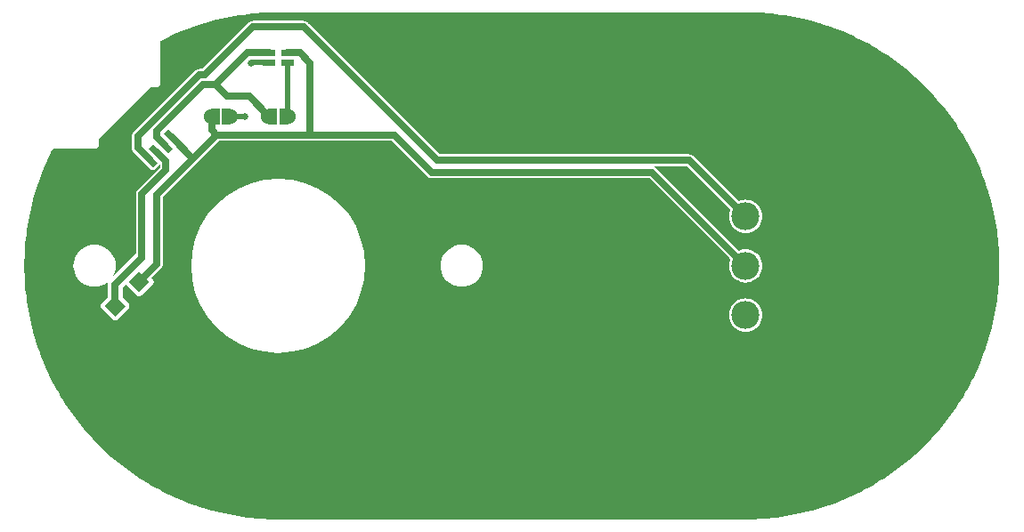
<source format=gbr>
G04 start of page 2 for group 0 idx 0 *
G04 Title: (unknown), component *
G04 Creator: pcb 4.0.2 *
G04 CreationDate: Thu Apr 29 14:29:52 2021 UTC *
G04 For: petersen *
G04 Format: Gerber/RS-274X *
G04 PCB-Dimensions (mil): 4500.00 2500.00 *
G04 PCB-Coordinate-Origin: lower left *
%MOIN*%
%FSLAX25Y25*%
%LNTOP*%
%ADD22C,0.0750*%
%ADD21C,0.0276*%
%ADD20C,0.6300*%
%ADD19C,0.0120*%
%ADD18C,0.0240*%
%ADD17C,0.1378*%
%ADD16C,0.0260*%
%ADD15C,0.0600*%
%ADD14C,0.1050*%
%ADD13C,0.0200*%
%ADD12C,0.0250*%
%ADD11C,0.0001*%
G54D11*G36*
X58000Y167500D02*Y172500D01*
X77500Y192000D01*
X82500D01*
X58000Y167500D01*
G37*
G36*
X60000Y99000D02*X83500Y122500D01*
X90000Y116000D01*
X66500Y92500D01*
X60000Y99000D01*
G37*
G36*
X394986Y123342D02*X394942Y121685D01*
X394870Y120028D01*
X394769Y118373D01*
X394638Y116720D01*
X394480Y115070D01*
X394292Y113422D01*
X394075Y111779D01*
X393830Y110139D01*
X393557Y108503D01*
X393255Y106873D01*
X392924Y105248D01*
X392565Y103630D01*
X392178Y102017D01*
X391763Y100412D01*
X391320Y98814D01*
X390849Y97225D01*
X390350Y95643D01*
X389824Y94071D01*
X389271Y92508D01*
X388690Y90955D01*
X388082Y89412D01*
X387448Y87881D01*
X386787Y86360D01*
X386099Y84851D01*
X385385Y83355D01*
X384646Y81871D01*
X383880Y80400D01*
X383089Y78943D01*
X382272Y77500D01*
X381431Y76071D01*
X380565Y74658D01*
X379674Y73259D01*
X378759Y71877D01*
X377819Y70510D01*
X376857Y69160D01*
X375870Y67828D01*
X374861Y66512D01*
X373829Y65215D01*
X372774Y63935D01*
X371697Y62674D01*
X370599Y61433D01*
X369479Y60210D01*
X368337Y59007D01*
X367175Y57825D01*
X365993Y56663D01*
X364790Y55521D01*
X363567Y54401D01*
X362326Y53303D01*
X361065Y52226D01*
X359785Y51171D01*
X358488Y50139D01*
X357172Y49130D01*
X355840Y48143D01*
X354490Y47181D01*
X353123Y46241D01*
X351741Y45326D01*
X350342Y44435D01*
X348929Y43569D01*
X347500Y42728D01*
X346057Y41911D01*
X344600Y41120D01*
X343129Y40354D01*
X341645Y39615D01*
X340149Y38901D01*
X338640Y38213D01*
X337119Y37552D01*
X335588Y36918D01*
X334045Y36310D01*
X332492Y35729D01*
X330929Y35176D01*
X329357Y34650D01*
X327775Y34151D01*
X326186Y33680D01*
X324588Y33237D01*
X322983Y32822D01*
X321370Y32435D01*
X319752Y32076D01*
X318127Y31745D01*
X316497Y31443D01*
X314861Y31170D01*
X313221Y30925D01*
X311578Y30708D01*
X309930Y30520D01*
X308280Y30362D01*
X306627Y30231D01*
X304972Y30130D01*
X303315Y30058D01*
X301658Y30014D01*
X300000Y30000D01*
X299990Y30000D01*
Y100231D01*
X300000Y100231D01*
X300981Y100308D01*
X301937Y100538D01*
X302846Y100914D01*
X303685Y101428D01*
X304433Y102067D01*
X305072Y102815D01*
X305586Y103654D01*
X305962Y104563D01*
X306192Y105519D01*
X306250Y106500D01*
X306192Y107481D01*
X305962Y108437D01*
X305586Y109346D01*
X305072Y110185D01*
X304433Y110933D01*
X303685Y111572D01*
X302846Y112086D01*
X301937Y112462D01*
X300981Y112692D01*
X300000Y112769D01*
X299990Y112769D01*
Y118731D01*
X300000Y118731D01*
X300981Y118808D01*
X301937Y119038D01*
X302846Y119414D01*
X303685Y119928D01*
X304433Y120567D01*
X305072Y121315D01*
X305586Y122154D01*
X305962Y123063D01*
X306192Y124019D01*
X306250Y125000D01*
X306192Y125981D01*
X305962Y126937D01*
X305586Y127846D01*
X305072Y128685D01*
X304433Y129433D01*
X303685Y130072D01*
X302846Y130586D01*
X301937Y130962D01*
X300981Y131192D01*
X300000Y131269D01*
X299990Y131269D01*
Y137231D01*
X300000Y137231D01*
X300981Y137308D01*
X301937Y137538D01*
X302846Y137914D01*
X303685Y138428D01*
X304433Y139067D01*
X305072Y139815D01*
X305586Y140654D01*
X305962Y141563D01*
X306192Y142519D01*
X306250Y143500D01*
X306192Y144481D01*
X305962Y145437D01*
X305586Y146346D01*
X305072Y147185D01*
X304433Y147933D01*
X303685Y148572D01*
X302846Y149086D01*
X301937Y149462D01*
X300981Y149692D01*
X300000Y149769D01*
X299990Y149769D01*
Y220000D01*
X300000Y220000D01*
X301658Y219986D01*
X303315Y219942D01*
X304972Y219870D01*
X306627Y219769D01*
X308280Y219638D01*
X309930Y219480D01*
X311578Y219292D01*
X313221Y219075D01*
X314861Y218830D01*
X316497Y218557D01*
X318127Y218255D01*
X319752Y217924D01*
X321370Y217565D01*
X322983Y217178D01*
X324588Y216763D01*
X326186Y216320D01*
X327775Y215849D01*
X329357Y215350D01*
X330929Y214824D01*
X332492Y214271D01*
X334045Y213690D01*
X335588Y213082D01*
X337119Y212448D01*
X338640Y211787D01*
X340149Y211099D01*
X341645Y210385D01*
X343129Y209646D01*
X344600Y208880D01*
X346057Y208089D01*
X347500Y207272D01*
X348929Y206431D01*
X350342Y205565D01*
X351741Y204674D01*
X353123Y203759D01*
X354490Y202819D01*
X355840Y201857D01*
X357172Y200870D01*
X358488Y199861D01*
X359785Y198829D01*
X361065Y197774D01*
X362326Y196697D01*
X363567Y195599D01*
X364790Y194479D01*
X365993Y193337D01*
X367175Y192175D01*
X368337Y190993D01*
X369479Y189790D01*
X370599Y188567D01*
X371697Y187326D01*
X372774Y186065D01*
X373829Y184785D01*
X374861Y183488D01*
X375870Y182172D01*
X376857Y180840D01*
X377819Y179490D01*
X378759Y178123D01*
X379674Y176741D01*
X380565Y175342D01*
X381431Y173929D01*
X382272Y172500D01*
X383089Y171057D01*
X383880Y169600D01*
X384646Y168129D01*
X385385Y166645D01*
X386099Y165149D01*
X386787Y163640D01*
X387448Y162119D01*
X388082Y160588D01*
X388690Y159045D01*
X389271Y157492D01*
X389824Y155929D01*
X390350Y154357D01*
X390849Y152775D01*
X391320Y151186D01*
X391763Y149588D01*
X392178Y147983D01*
X392565Y146370D01*
X392924Y144752D01*
X393255Y143127D01*
X393557Y141497D01*
X393830Y139861D01*
X394075Y138221D01*
X394292Y136578D01*
X394480Y134930D01*
X394638Y133280D01*
X394769Y131627D01*
X394870Y129972D01*
X394942Y128315D01*
X394986Y126658D01*
X395000Y125000D01*
X394986Y123342D01*
G37*
G36*
X299990Y149769D02*X299019Y149692D01*
X298063Y149462D01*
X297466Y149215D01*
X280653Y166029D01*
X280596Y166096D01*
X280327Y166326D01*
X280327Y166326D01*
X280212Y166396D01*
X280025Y166511D01*
X279793Y166607D01*
X279697Y166646D01*
X279353Y166729D01*
X279000Y166757D01*
X278912Y166750D01*
X214667D01*
X215354Y168129D01*
X216120Y169600D01*
X216911Y171057D01*
X217728Y172500D01*
X218569Y173929D01*
X219435Y175342D01*
X220326Y176741D01*
X221241Y178123D01*
X222181Y179490D01*
X223143Y180840D01*
X224130Y182172D01*
X225139Y183488D01*
X226171Y184785D01*
X227226Y186065D01*
X228303Y187326D01*
X229401Y188567D01*
X230521Y189790D01*
X231663Y190993D01*
X232825Y192175D01*
X234007Y193337D01*
X235210Y194479D01*
X236433Y195599D01*
X237674Y196697D01*
X238935Y197774D01*
X240215Y198829D01*
X241512Y199861D01*
X242828Y200870D01*
X244160Y201857D01*
X245510Y202819D01*
X246877Y203759D01*
X248259Y204674D01*
X249658Y205565D01*
X251071Y206431D01*
X252500Y207272D01*
X253943Y208089D01*
X255400Y208880D01*
X256871Y209646D01*
X258355Y210385D01*
X259851Y211099D01*
X261360Y211787D01*
X262881Y212448D01*
X264412Y213082D01*
X265955Y213690D01*
X267508Y214271D01*
X269071Y214824D01*
X270643Y215350D01*
X272225Y215849D01*
X273814Y216320D01*
X275412Y216763D01*
X277017Y217178D01*
X278630Y217565D01*
X280248Y217924D01*
X281873Y218255D01*
X283503Y218557D01*
X285139Y218830D01*
X286779Y219075D01*
X288422Y219292D01*
X290070Y219480D01*
X291720Y219638D01*
X293373Y219769D01*
X295028Y219870D01*
X296685Y219942D01*
X298342Y219986D01*
X299990Y220000D01*
Y149769D01*
G37*
G36*
Y131269D02*X299019Y131192D01*
X298063Y130962D01*
X297466Y130715D01*
X266653Y161529D01*
X266596Y161596D01*
X266327Y161826D01*
X266327Y161826D01*
X266212Y161896D01*
X266025Y162011D01*
X265793Y162107D01*
X265697Y162146D01*
X265353Y162229D01*
X265088Y162250D01*
X278068D01*
X294285Y146034D01*
X294038Y145437D01*
X293808Y144481D01*
X293731Y143500D01*
X293808Y142519D01*
X294038Y141563D01*
X294414Y140654D01*
X294928Y139815D01*
X295567Y139067D01*
X296315Y138428D01*
X297154Y137914D01*
X298063Y137538D01*
X299019Y137308D01*
X299990Y137231D01*
Y131269D01*
G37*
G36*
Y30000D02*X298342Y30014D01*
X296685Y30058D01*
X295028Y30130D01*
X293373Y30231D01*
X291720Y30362D01*
X290070Y30520D01*
X288422Y30708D01*
X286779Y30925D01*
X285139Y31170D01*
X283503Y31443D01*
X281873Y31745D01*
X280248Y32076D01*
X278630Y32435D01*
X277017Y32822D01*
X275412Y33237D01*
X273814Y33680D01*
X272225Y34151D01*
X270643Y34650D01*
X269071Y35176D01*
X267508Y35729D01*
X265955Y36310D01*
X264412Y36918D01*
X262881Y37552D01*
X261360Y38213D01*
X259851Y38901D01*
X258355Y39615D01*
X256871Y40354D01*
X255400Y41120D01*
X253943Y41911D01*
X252500Y42728D01*
X251071Y43569D01*
X249658Y44435D01*
X248259Y45326D01*
X246877Y46241D01*
X245510Y47181D01*
X244160Y48143D01*
X242828Y49130D01*
X241512Y50139D01*
X240215Y51171D01*
X238935Y52226D01*
X237674Y53303D01*
X236433Y54401D01*
X235210Y55521D01*
X234007Y56663D01*
X232825Y57825D01*
X231663Y59007D01*
X230521Y60210D01*
X229401Y61433D01*
X228303Y62674D01*
X227226Y63935D01*
X226171Y65215D01*
X225139Y66512D01*
X224130Y67828D01*
X223143Y69160D01*
X222181Y70510D01*
X221241Y71877D01*
X220326Y73259D01*
X219435Y74658D01*
X218569Y76071D01*
X217728Y77500D01*
X216911Y78943D01*
X216120Y80400D01*
X215354Y81871D01*
X214615Y83355D01*
X213901Y84851D01*
X213213Y86360D01*
X212552Y87881D01*
X211918Y89412D01*
X211310Y90955D01*
X210729Y92508D01*
X210176Y94071D01*
X209650Y95643D01*
X209151Y97225D01*
X208680Y98814D01*
X208237Y100412D01*
X207822Y102017D01*
X207435Y103630D01*
X207076Y105248D01*
X206745Y106873D01*
X206443Y108503D01*
X206170Y110139D01*
X205925Y111779D01*
X205708Y113422D01*
X205520Y115070D01*
X205362Y116720D01*
X205231Y118373D01*
X205130Y120028D01*
X205058Y121685D01*
X205014Y123342D01*
X205000Y125000D01*
X205014Y126658D01*
X205058Y128315D01*
X205130Y129972D01*
X205231Y131627D01*
X205362Y133280D01*
X205520Y134930D01*
X205708Y136578D01*
X205925Y138221D01*
X206170Y139861D01*
X206443Y141497D01*
X206745Y143127D01*
X207076Y144752D01*
X207435Y146370D01*
X208237Y149588D01*
X208680Y151186D01*
X209151Y152775D01*
X209650Y154357D01*
X210176Y155929D01*
X210729Y157492D01*
X210826Y157750D01*
X264068D01*
X294285Y127534D01*
X294038Y126937D01*
X293808Y125981D01*
X293731Y125000D01*
X293808Y124019D01*
X294038Y123063D01*
X294414Y122154D01*
X294928Y121315D01*
X295567Y120567D01*
X296315Y119928D01*
X297154Y119414D01*
X298063Y119038D01*
X299019Y118808D01*
X299990Y118731D01*
Y112769D01*
X299019Y112692D01*
X298063Y112462D01*
X297154Y112086D01*
X296315Y111572D01*
X295567Y110933D01*
X294928Y110185D01*
X294414Y109346D01*
X294038Y108437D01*
X293808Y107481D01*
X293731Y106500D01*
X293808Y105519D01*
X294038Y104563D01*
X294414Y103654D01*
X294928Y102815D01*
X295567Y102067D01*
X296315Y101428D01*
X297154Y100914D01*
X298063Y100538D01*
X299019Y100308D01*
X299990Y100231D01*
Y30000D01*
G37*
G36*
X125000Y220000D02*X300000D01*
Y149769D01*
X299019Y149692D01*
X298063Y149462D01*
X297466Y149215D01*
X280653Y166029D01*
X280596Y166096D01*
X280327Y166326D01*
X280327Y166326D01*
X280212Y166396D01*
X280025Y166511D01*
X279793Y166607D01*
X279697Y166646D01*
X279353Y166729D01*
X279000Y166757D01*
X278912Y166750D01*
X185432D01*
X136153Y216029D01*
X136096Y216096D01*
X135827Y216326D01*
X135827Y216326D01*
X135712Y216396D01*
X135525Y216511D01*
X135293Y216607D01*
X135197Y216646D01*
X134853Y216729D01*
X134500Y216757D01*
X134412Y216750D01*
X125000D01*
Y220000D01*
G37*
G36*
X300000Y118731D02*Y112769D01*
X299019Y112692D01*
X298063Y112462D01*
X297154Y112086D01*
X296315Y111572D01*
X295567Y110933D01*
X294928Y110185D01*
X294414Y109346D01*
X294038Y108437D01*
X293808Y107481D01*
X293731Y106500D01*
X293808Y105519D01*
X294038Y104563D01*
X294414Y103654D01*
X294928Y102815D01*
X295567Y102067D01*
X296315Y101428D01*
X297154Y100914D01*
X298063Y100538D01*
X299019Y100308D01*
X300000Y100231D01*
Y30000D01*
X125000D01*
Y92400D01*
X130100Y92801D01*
X135074Y93995D01*
X139800Y95953D01*
X144162Y98626D01*
X148052Y101948D01*
X151374Y105838D01*
X154047Y110200D01*
X156005Y114926D01*
X157199Y119900D01*
X157500Y125000D01*
X185836D01*
X185933Y123762D01*
X186223Y122554D01*
X186698Y121407D01*
X187347Y120348D01*
X188154Y119404D01*
X189098Y118597D01*
X190157Y117948D01*
X191304Y117473D01*
X192512Y117183D01*
X193750Y117086D01*
X194988Y117183D01*
X196196Y117473D01*
X197343Y117948D01*
X198402Y118597D01*
X199346Y119404D01*
X200153Y120348D01*
X200802Y121407D01*
X201277Y122554D01*
X201567Y123762D01*
X201640Y125000D01*
X293731D01*
X293808Y124019D01*
X294038Y123063D01*
X294414Y122154D01*
X294928Y121315D01*
X295567Y120567D01*
X296315Y119928D01*
X297154Y119414D01*
X298063Y119038D01*
X299019Y118808D01*
X300000Y118731D01*
G37*
G36*
X193738Y190571D02*X194479Y189790D01*
X195599Y188567D01*
X196697Y187326D01*
X197774Y186065D01*
X198829Y184785D01*
X199861Y183488D01*
X200870Y182172D01*
X201857Y180840D01*
X202819Y179490D01*
X203759Y178123D01*
X204674Y176741D01*
X205565Y175342D01*
X206431Y173929D01*
X207272Y172500D01*
X208089Y171057D01*
X208880Y169600D01*
X209646Y168129D01*
X210333Y166750D01*
X193738D01*
Y190571D01*
G37*
G36*
Y157750D02*X214174D01*
X214271Y157492D01*
X214824Y155929D01*
X215350Y154357D01*
X215849Y152775D01*
X216320Y151186D01*
X216763Y149588D01*
X217178Y147983D01*
X217565Y146370D01*
X217924Y144752D01*
X218255Y143127D01*
X218557Y141497D01*
X218830Y139861D01*
X219075Y138221D01*
X219292Y136578D01*
X219480Y134930D01*
X219638Y133280D01*
X219769Y131627D01*
X219870Y129972D01*
X219942Y128315D01*
X219986Y126658D01*
X220000Y125000D01*
X219986Y123342D01*
X219942Y121685D01*
X219870Y120028D01*
X219769Y118373D01*
X219638Y116720D01*
X219480Y115070D01*
X219292Y113422D01*
X219075Y111779D01*
X218830Y110139D01*
X218557Y108503D01*
X218255Y106873D01*
X217924Y105248D01*
X217565Y103630D01*
X217178Y102017D01*
X216763Y100412D01*
X216320Y98814D01*
X215849Y97225D01*
X215350Y95643D01*
X214824Y94071D01*
X214271Y92508D01*
X213690Y90955D01*
X213082Y89412D01*
X212448Y87881D01*
X211787Y86360D01*
X211099Y84851D01*
X210385Y83355D01*
X209646Y81871D01*
X208880Y80400D01*
X208089Y78943D01*
X207272Y77500D01*
X206431Y76071D01*
X205565Y74658D01*
X204674Y73259D01*
X203759Y71877D01*
X202819Y70510D01*
X201857Y69160D01*
X200870Y67828D01*
X199861Y66512D01*
X198829Y65215D01*
X197774Y63935D01*
X196697Y62674D01*
X195599Y61433D01*
X194479Y60210D01*
X193738Y59429D01*
Y117087D01*
X193750Y117086D01*
X194988Y117183D01*
X196196Y117473D01*
X197343Y117948D01*
X198402Y118597D01*
X199346Y119404D01*
X200153Y120348D01*
X200802Y121407D01*
X201277Y122554D01*
X201567Y123762D01*
X201640Y125000D01*
X201567Y126238D01*
X201277Y127446D01*
X200802Y128593D01*
X200153Y129652D01*
X199346Y130596D01*
X198402Y131403D01*
X197343Y132052D01*
X196196Y132527D01*
X194988Y132817D01*
X193750Y132914D01*
X193738Y132913D01*
Y157750D01*
G37*
G36*
X124950Y220000D02*X125000Y220000D01*
X126658Y219986D01*
X128315Y219942D01*
X129972Y219870D01*
X131627Y219769D01*
X133280Y219638D01*
X134930Y219480D01*
X136578Y219292D01*
X138221Y219075D01*
X139861Y218830D01*
X141497Y218557D01*
X143127Y218255D01*
X144752Y217924D01*
X146370Y217565D01*
X147983Y217178D01*
X149588Y216763D01*
X151186Y216320D01*
X152775Y215849D01*
X154357Y215350D01*
X155929Y214824D01*
X157492Y214271D01*
X159045Y213690D01*
X160588Y213082D01*
X162119Y212448D01*
X163640Y211787D01*
X165149Y211099D01*
X166645Y210385D01*
X168129Y209646D01*
X169600Y208880D01*
X171057Y208089D01*
X172500Y207272D01*
X173929Y206431D01*
X175342Y205565D01*
X176741Y204674D01*
X178123Y203759D01*
X179490Y202819D01*
X180840Y201857D01*
X182172Y200870D01*
X183488Y199861D01*
X184785Y198829D01*
X186065Y197774D01*
X187326Y196697D01*
X188567Y195599D01*
X189790Y194479D01*
X190993Y193337D01*
X192175Y192175D01*
X193337Y190993D01*
X193738Y190571D01*
Y166750D01*
X185432D01*
X136153Y216029D01*
X136096Y216096D01*
X135827Y216326D01*
X135827Y216326D01*
X135712Y216396D01*
X135525Y216511D01*
X135293Y216607D01*
X135197Y216646D01*
X134853Y216729D01*
X134500Y216757D01*
X134412Y216750D01*
X124950D01*
Y220000D01*
G37*
G36*
Y171750D02*X136912D01*
X137000Y171743D01*
X137088Y171750D01*
X167568D01*
X180847Y158471D01*
X180904Y158404D01*
X181173Y158174D01*
X181173Y158174D01*
X181361Y158059D01*
X181475Y157989D01*
X181803Y157854D01*
X182147Y157771D01*
X182147D01*
X182500Y157743D01*
X182588Y157750D01*
X193738D01*
Y132913D01*
X192512Y132817D01*
X191304Y132527D01*
X190157Y132052D01*
X189098Y131403D01*
X188154Y130596D01*
X187347Y129652D01*
X186698Y128593D01*
X186223Y127446D01*
X185933Y126238D01*
X185836Y125000D01*
X185933Y123762D01*
X186223Y122554D01*
X186698Y121407D01*
X187347Y120348D01*
X188154Y119404D01*
X189098Y118597D01*
X190157Y117948D01*
X191304Y117473D01*
X192512Y117183D01*
X193738Y117087D01*
Y59429D01*
X193337Y59007D01*
X192175Y57825D01*
X190993Y56663D01*
X189790Y55521D01*
X188567Y54401D01*
X187326Y53303D01*
X186065Y52226D01*
X184785Y51171D01*
X183488Y50139D01*
X182172Y49130D01*
X180840Y48143D01*
X179490Y47181D01*
X178123Y46241D01*
X176741Y45326D01*
X175342Y44435D01*
X173929Y43569D01*
X172500Y42728D01*
X171057Y41911D01*
X169600Y41120D01*
X168129Y40354D01*
X166645Y39615D01*
X165149Y38901D01*
X163640Y38213D01*
X162119Y37552D01*
X160588Y36918D01*
X159045Y36310D01*
X157492Y35729D01*
X155929Y35176D01*
X154357Y34650D01*
X152775Y34151D01*
X151186Y33680D01*
X149588Y33237D01*
X147983Y32822D01*
X146370Y32435D01*
X144752Y32076D01*
X143127Y31745D01*
X141497Y31443D01*
X139861Y31170D01*
X138221Y30925D01*
X136578Y30708D01*
X134930Y30520D01*
X133280Y30362D01*
X131627Y30231D01*
X129972Y30130D01*
X128315Y30058D01*
X126658Y30014D01*
X125000Y30000D01*
X124950Y30000D01*
Y92404D01*
X125000Y92400D01*
X130100Y92801D01*
X135074Y93995D01*
X139800Y95953D01*
X144162Y98626D01*
X148052Y101948D01*
X151374Y105838D01*
X154047Y110200D01*
X156005Y114926D01*
X157199Y119900D01*
X157500Y125000D01*
X157199Y130100D01*
X156005Y135074D01*
X154047Y139800D01*
X151374Y144162D01*
X148052Y148052D01*
X144162Y151374D01*
X139800Y154047D01*
X135074Y156005D01*
X130100Y157199D01*
X125000Y157600D01*
X124950Y157596D01*
Y171750D01*
G37*
G36*
X58992Y108889D02*X63065Y104835D01*
X63267Y104712D01*
X63485Y104621D01*
X63714Y104566D01*
X63950Y104548D01*
X64185Y104566D01*
X64415Y104621D01*
X64633Y104712D01*
X64834Y104835D01*
X65010Y104992D01*
X69070Y109071D01*
X69193Y109272D01*
X69284Y109490D01*
X69339Y109720D01*
X69357Y109955D01*
X69339Y110190D01*
X69284Y110420D01*
X69193Y110638D01*
X69070Y110840D01*
X68913Y111016D01*
X66702Y113216D01*
Y116813D01*
X67939Y118050D01*
X68039Y117937D01*
X72113Y113883D01*
X72314Y113759D01*
X72532Y113669D01*
X72762Y113614D01*
X72997Y113595D01*
X73233Y113614D01*
X73462Y113669D01*
X73680Y113759D01*
X73882Y113883D01*
X74058Y114039D01*
X78117Y118118D01*
X78241Y118320D01*
X78331Y118538D01*
X78386Y118767D01*
X78405Y119003D01*
X78386Y119238D01*
X78331Y119468D01*
X78241Y119686D01*
X78117Y119887D01*
X77961Y120063D01*
X77602Y120420D01*
X81029Y123847D01*
X81096Y123904D01*
X81326Y124173D01*
X81326Y124173D01*
X81511Y124475D01*
X81646Y124803D01*
X81729Y125147D01*
X81757Y125500D01*
X81750Y125588D01*
Y150568D01*
X102932Y171750D01*
X124950D01*
Y157596D01*
X119900Y157199D01*
X114926Y156005D01*
X110200Y154047D01*
X105838Y151374D01*
X101948Y148052D01*
X98626Y144162D01*
X95953Y139800D01*
X93995Y135074D01*
X92801Y130100D01*
X92400Y125000D01*
X92801Y119900D01*
X93995Y114926D01*
X95953Y110200D01*
X98626Y105838D01*
X101948Y101948D01*
X105838Y98626D01*
X110200Y95953D01*
X114926Y93995D01*
X119900Y92801D01*
X124950Y92404D01*
Y30000D01*
X123342Y30014D01*
X121685Y30058D01*
X120028Y30130D01*
X118373Y30231D01*
X116720Y30362D01*
X115070Y30520D01*
X113422Y30708D01*
X111779Y30925D01*
X110139Y31170D01*
X108503Y31443D01*
X106873Y31745D01*
X105248Y32076D01*
X103630Y32435D01*
X102017Y32822D01*
X100412Y33237D01*
X98814Y33680D01*
X97225Y34151D01*
X95643Y34650D01*
X94071Y35176D01*
X92508Y35729D01*
X90955Y36310D01*
X89412Y36918D01*
X87881Y37552D01*
X86360Y38213D01*
X84851Y38901D01*
X83355Y39615D01*
X81871Y40354D01*
X80400Y41120D01*
X78943Y41911D01*
X77500Y42728D01*
X76071Y43569D01*
X74658Y44435D01*
X73259Y45326D01*
X71877Y46241D01*
X70510Y47181D01*
X69160Y48143D01*
X67828Y49130D01*
X66512Y50139D01*
X65215Y51171D01*
X63935Y52226D01*
X62674Y53303D01*
X61433Y54401D01*
X60210Y55521D01*
X59007Y56663D01*
X57825Y57825D01*
X56663Y59007D01*
X55521Y60210D01*
X54401Y61433D01*
X53303Y62674D01*
X52226Y63935D01*
X51171Y65215D01*
X50139Y66512D01*
X49130Y67828D01*
X48143Y69160D01*
X47181Y70510D01*
X46241Y71877D01*
X45326Y73259D01*
X44435Y74658D01*
X43569Y76071D01*
X42728Y77500D01*
X41911Y78943D01*
X41120Y80400D01*
X40354Y81871D01*
X39615Y83355D01*
X38901Y84851D01*
X38213Y86360D01*
X37552Y87881D01*
X36918Y89412D01*
X36310Y90955D01*
X35729Y92508D01*
X35176Y94071D01*
X34650Y95643D01*
X34151Y97225D01*
X33680Y98814D01*
X33237Y100412D01*
X32822Y102017D01*
X32435Y103630D01*
X32076Y105248D01*
X31745Y106873D01*
X31443Y108503D01*
X31170Y110139D01*
X30925Y111779D01*
X30708Y113422D01*
X30520Y115070D01*
X30362Y116720D01*
X30231Y118373D01*
X30130Y120028D01*
X30058Y121685D01*
X30014Y123342D01*
X30000Y125000D01*
X30014Y126658D01*
X30058Y128315D01*
X30130Y129972D01*
X30231Y131627D01*
X30362Y133280D01*
X30520Y134930D01*
X30708Y136578D01*
X30925Y138221D01*
X31170Y139861D01*
X31443Y141497D01*
X31745Y143127D01*
X32076Y144752D01*
X32435Y146370D01*
X32822Y147983D01*
X33237Y149588D01*
X33680Y151186D01*
X34151Y152775D01*
X34650Y154357D01*
X35176Y155929D01*
X35729Y157492D01*
X36310Y159045D01*
X36918Y160588D01*
X37552Y162119D01*
X38213Y163640D01*
X38901Y165149D01*
X39615Y166645D01*
X40354Y168129D01*
X40807Y169000D01*
X57000D01*
X81000Y193000D01*
Y209193D01*
X81871Y209646D01*
X83355Y210385D01*
X84851Y211099D01*
X86360Y211787D01*
X87881Y212448D01*
X89412Y213082D01*
X90955Y213690D01*
X92508Y214271D01*
X94071Y214824D01*
X95643Y215350D01*
X97225Y215849D01*
X98814Y216320D01*
X100412Y216763D01*
X102017Y217178D01*
X103630Y217565D01*
X105248Y217924D01*
X106873Y218255D01*
X108503Y218557D01*
X110139Y218830D01*
X111779Y219075D01*
X113422Y219292D01*
X115070Y219480D01*
X116720Y219638D01*
X118373Y219769D01*
X120028Y219870D01*
X121685Y219942D01*
X123342Y219986D01*
X124950Y220000D01*
Y216750D01*
X115588D01*
X115500Y216757D01*
X115147Y216729D01*
X114803Y216646D01*
X114475Y216511D01*
X114173Y216326D01*
X114173Y216326D01*
X113904Y216096D01*
X113847Y216029D01*
X96568Y198750D01*
X95588D01*
X95500Y198757D01*
X95147Y198729D01*
X94803Y198646D01*
X94475Y198511D01*
X94173Y198326D01*
X94173Y198326D01*
X93904Y198096D01*
X93847Y198029D01*
X70971Y175153D01*
X70904Y175096D01*
X70674Y174827D01*
X70489Y174525D01*
X70354Y174197D01*
X70271Y173853D01*
X70271Y173853D01*
X70243Y173500D01*
X70250Y173412D01*
Y169237D01*
X70243Y169149D01*
X70271Y168795D01*
X70271Y168795D01*
X70271Y168795D01*
X70321Y168588D01*
X70353Y168451D01*
X70354Y168451D01*
X70354Y168451D01*
X70418Y168296D01*
X70489Y168124D01*
X70489Y168124D01*
X70489Y168124D01*
X70597Y167947D01*
X70674Y167822D01*
X70674Y167822D01*
X70674Y167822D01*
X70904Y167553D01*
X70971Y167495D01*
X75233Y163233D01*
X75497Y162998D01*
X75694Y162878D01*
X77557Y161020D01*
X77691Y160938D01*
X77836Y160878D01*
X77990Y160841D01*
X78146Y160829D01*
X78303Y160841D01*
X78456Y160878D01*
X78602Y160938D01*
X78736Y161020D01*
X78854Y161125D01*
X80628Y162912D01*
X80710Y163047D01*
X80750Y163142D01*
Y161932D01*
X72471Y153653D01*
X72404Y153596D01*
X72174Y153327D01*
X71989Y153025D01*
X71854Y152697D01*
X71771Y152353D01*
X71771Y152353D01*
X71743Y152000D01*
X71750Y151912D01*
Y129639D01*
X62959Y120848D01*
X63302Y121407D01*
X63777Y122554D01*
X64067Y123762D01*
X64140Y125000D01*
X64067Y126238D01*
X63777Y127446D01*
X63302Y128593D01*
X62653Y129652D01*
X61846Y130596D01*
X60902Y131403D01*
X59843Y132052D01*
X58696Y132527D01*
X57488Y132817D01*
X56250Y132914D01*
X55012Y132817D01*
X53804Y132527D01*
X52657Y132052D01*
X51598Y131403D01*
X50654Y130596D01*
X49847Y129652D01*
X49198Y128593D01*
X48723Y127446D01*
X48433Y126238D01*
X48336Y125000D01*
X48433Y123762D01*
X48723Y122554D01*
X49198Y121407D01*
X49847Y120348D01*
X50654Y119404D01*
X51598Y118597D01*
X52657Y117948D01*
X53804Y117473D01*
X55012Y117183D01*
X56250Y117086D01*
X57488Y117183D01*
X58696Y117473D01*
X59843Y117948D01*
X60902Y118597D01*
X61430Y119048D01*
X61329Y118805D01*
X61228Y118384D01*
X61194Y117952D01*
X61202Y117845D01*
Y113213D01*
X58835Y110834D01*
X58712Y110633D01*
X58621Y110415D01*
X58566Y110185D01*
X58548Y109950D01*
X58566Y109714D01*
X58621Y109485D01*
X58712Y109267D01*
X58835Y109065D01*
X58992Y108889D01*
G37*
G54D12*X279000Y164500D02*X300000Y143500D01*
X279000Y164500D02*X184500D01*
X182500Y160000D02*X265000D01*
X300000Y125000D01*
X115500Y214500D02*X134500D01*
X113370Y204870D02*X121457D01*
X137000Y201000D02*X133130Y204870D01*
X128543D01*
G54D13*X121457Y201130D02*X115000D01*
G54D12*X137000Y201000D02*Y174000D01*
G54D13*X128500Y181000D02*Y201130D01*
G54D12*X134500Y214500D02*X184500Y164500D01*
X168500Y174000D02*X182500Y160000D01*
X115500Y214500D02*X97500Y196500D01*
X74000Y128000D02*X63952Y117952D01*
Y109952D01*
X74000Y128000D02*Y152000D01*
X73000Y119000D02*X79500Y125500D01*
Y151500D01*
X101500Y193000D02*X113370Y204870D01*
X101500Y193000D02*X106000Y188500D01*
X168500Y174000D02*X102000D01*
G54D13*X112500Y181000D02*X106900D01*
G54D12*X106000Y188500D02*X114100D01*
X121600Y181000D01*
X100100D02*Y175900D01*
X102000Y174000D01*
X101500Y193000D02*X97000D01*
X97500Y196500D02*X95500D01*
X74000Y152000D02*X83000Y161000D01*
Y164216D01*
X79500Y151500D02*X102000Y174000D01*
X83000Y164216D02*X79608Y167608D01*
X85176Y173176D02*X92984Y165368D01*
X82392Y170392D02*X79500Y173284D01*
Y175500D01*
X76824Y164824D02*X72500Y169148D01*
Y173500D02*Y169148D01*
X97000Y193000D02*X79500Y175500D01*
X95500Y196500D02*X72500Y173500D01*
G54D14*X300000Y143500D03*
Y125000D03*
Y106500D03*
G54D11*G36*
X67853Y109955D02*X63955Y113853D01*
X60052Y109950D01*
X63950Y106052D01*
X67853Y109955D01*
G37*
G36*
X76900Y119003D02*X73003Y122900D01*
X69100Y118997D01*
X72997Y115100D01*
X76900Y119003D01*
G37*
G36*
X64787Y103549D02*X60333Y99095D01*
X66458Y92971D01*
X70912Y97425D01*
X64787Y103549D01*
G37*
G36*
X83161Y121923D02*X78707Y117469D01*
X84831Y111344D01*
X89286Y115798D01*
X83161Y121923D01*
G37*
G36*
X83854Y176168D02*X82183Y174498D01*
X86498Y170183D01*
X88168Y171854D01*
X83854Y176168D01*
G37*
G36*
X81070Y173384D02*X79399Y171714D01*
X83714Y167400D01*
X85384Y169070D01*
X81070Y173384D01*
G37*
G36*
X78286Y170601D02*X76616Y168930D01*
X80930Y164616D01*
X82600Y166286D01*
X78286Y170601D01*
G37*
G36*
X75502Y167817D02*X73832Y166146D01*
X78146Y161832D01*
X79817Y163502D01*
X75502Y167817D01*
G37*
G36*
X77172Y191758D02*X73832Y188418D01*
X78843Y183407D01*
X82183Y186747D01*
X77172Y191758D01*
G37*
G36*
X61582Y176168D02*X58242Y172828D01*
X63253Y167817D01*
X66593Y171157D01*
X61582Y176168D01*
G37*
G54D15*X121600Y181000D03*
G54D11*G36*
X124600Y184000D02*X121600D01*
Y178000D01*
X124600D01*
Y184000D01*
G37*
G54D15*X128400Y181000D03*
G54D11*G36*
Y184000D02*X125400D01*
Y178000D01*
X128400D01*
Y184000D01*
G37*
G54D15*X100100Y181000D03*
G54D11*G36*
X103100Y184000D02*X100100D01*
Y178000D01*
X103100D01*
Y184000D01*
G37*
G54D15*X106900Y181000D03*
G54D11*G36*
Y184000D02*X103900D01*
Y178000D01*
X106900D01*
Y184000D01*
G37*
G36*
X119094Y202311D02*Y199949D01*
X123819D01*
Y202311D01*
X119094D01*
G37*
G36*
Y206051D02*Y203689D01*
X123819D01*
Y206051D01*
X119094D01*
G37*
G36*
X126181Y202311D02*Y199949D01*
X130906D01*
Y202311D01*
X126181D01*
G37*
G36*
Y206051D02*Y203689D01*
X130906D01*
Y206051D01*
X126181D01*
G37*
G54D16*X112500Y181000D03*
X115000Y201000D03*
G54D17*G54D12*G54D18*G54D19*G54D17*G54D20*G54D12*G54D18*G54D21*G54D22*M02*

</source>
